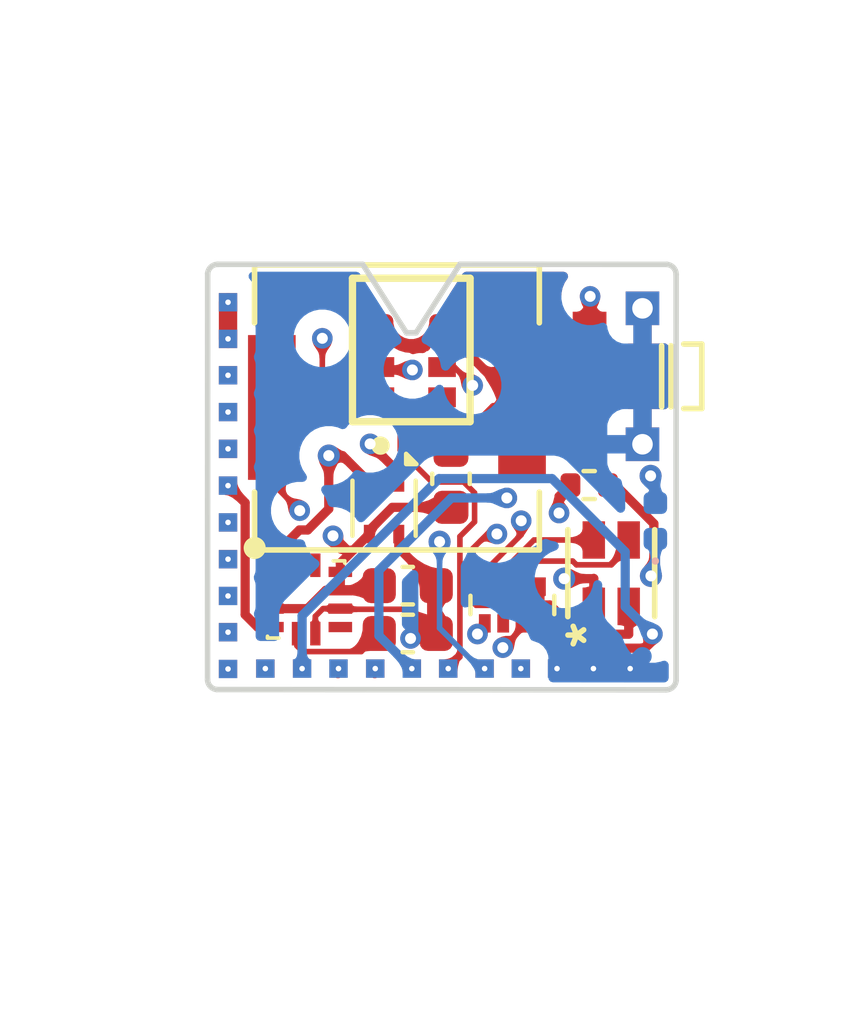
<source format=kicad_pcb>
(kicad_pcb (version 20241229) (generator "pcbnew") (generator_version "9.0")
  (layers (0 "F.Cu" power) (4 "In1.Cu" power) (6 "In2.Cu" power) (2 "B.Cu" power) (13 "F.Paste" user) (15 "B.Paste" user) (5 "F.SilkS" user "F.Silkscreen") (7 "B.SilkS" user "B.Silkscreen") (1 "F.Mask" user) (3 "B.Mask" user) (25 "Edge.Cuts" user))
  (net 0 "")
  (net 1 "GND")
  (net 2 "+BATT")
  (net 3 "+3V3")
  (net 4 "VBUS")
  (net 5 "SCL")
  (net 6 "SDA")
  (net 7 "MOD_CS")
  (net 8 "SCK")
  (net 9 "MOSI")
  (net 10 "MOD_IO19")
  (net 11 "MOD_IO18")
  (net 12 "MOD_IO15")
  (net 13 "MOD_IO20")
  (net 14 "MOD_ExB2")
  (net 15 "MOD_ExB3")
  (net 16 "MOD_ExB4")
  (net 17 "MOD_ExB5")
  (net 18 "MOD_ExB6")
  (net 19 "BTN_4")
  (net 20 "Net-(RN1-R2.2)")
  (net 21 "Net-(RN1-R3.2)")
  (net 22 "Net-(RN1-R4.2)")
  (net 23 "Net-(RN1-R1.2)")
  (net 24 "Net-(D1-K)")
  (net 25 "Net-(IC1-C1)")
  (footprint "Resistor_SMD:R_0402_1005Metric" (layer "F.Cu") (at 154.9 93.84)
    (property "Reference" "R4" (hide yes))
    (property "Value" "180")
    (fp_line (start -0.153641 -0.38) (end 0.153641 -0.38) (stroke (width 0.12)) (layer "F.SilkS"))
    (fp_line (start -0.153641 0.38) (end 0.153641 0.38) (stroke (width 0.12)) (layer "F.SilkS"))
    (pad "1" smd roundrect (at -0.51 0) (size 0.54 0.64) (layers "F.Cu" "F.Mask" "F.Paste") (net 17 "MOD_ExB5"))
    (pad "2" smd roundrect (at 0.51 0) (size 0.54 0.64) (layers "F.Cu" "F.Mask" "F.Paste") (net 24 "Net-(D1-K)"))
  )
  (footprint "Capacitor_SMD:C_0603_1608Metric" (layer "F.Cu") (at 149.965 96.575 180)
    (property "Reference" "C2" (hide yes))
    (property "Value" "0.1uF")
    (fp_line (start -0.14058 0.51) (end 0.14058 0.51) (stroke (width 0.12)) (layer "F.SilkS"))
    (fp_line (start -0.14058 -0.51) (end 0.14058 -0.51) (stroke (width 0.12)) (layer "F.SilkS"))
    (pad "1" smd roundrect (at -0.775 0 180) (size 0.9 0.95) (layers "F.Cu" "F.Mask" "F.Paste") (net 1 "GND"))
    (pad "2" smd roundrect (at 0.775 0 180) (size 0.9 0.95) (layers "F.Cu" "F.Mask" "F.Paste") (net 3 "+3V3"))
  )
  (footprint "Yatchy:mod_Connector" (layer "F.Cu") (at 154.015 98.83 90)
    (property "Reference" "J3" (hide yes))
    (property "Value" "MOD_CONN")
    (pad "1" thru_hole rect (at 0 0.01 90) (size 0.5 0.5) (drill 0.15) (layers "*.Cu" "*.Mask") (net 1 "GND"))
  )
  (footprint "Yatchy:mod_Connector" (layer "F.Cu") (at 155.025 98.83 -90)
    (property "Reference" "J1" (hide yes))
    (property "Value" "MOD_CONN")
    (pad "1" thru_hole rect (at 0 0.01 270) (size 0.5 0.5) (drill 0.15) (layers "*.Cu" "*.Mask") (net 1 "GND"))
  )
  (footprint "Yatchy:mod_Connector" (layer "F.Cu") (at 145.075 89.855)
    (property "Reference" "J5" (hide yes))
    (property "Value" "MOD_CONN")
    (pad "1" thru_hole rect (at 0 0.01) (size 0.5 0.5) (drill 0.15) (layers "*.Cu" "*.Mask") (net 3 "+3V3"))
  )
  (footprint "Yatchy:mod_Connector" (layer "F.Cu") (at 148.09 98.83 -90)
    (property "Reference" "J20" (hide yes))
    (property "Value" "MOD_CONN")
    (pad "1" thru_hole rect (at 0 0.01 270) (size 0.5 0.5) (drill 0.15) (layers "*.Cu" "*.Mask") (net 17 "MOD_ExB5"))
  )
  (footprint "Yatchy:mod_Connector" (layer "F.Cu") (at 145.075 94.845)
    (property "Reference" "J12" (hide yes))
    (property "Value" "MOD_CONN")
    (pad "1" thru_hole rect (at 0 0.01) (size 0.5 0.5) (drill 0.15) (layers "*.Cu" "*.Mask") (net 9 "MOSI"))
  )
  (footprint "Yatchy:mod_Connector" (layer "F.Cu") (at 145.075 91.845)
    (property "Reference" "J7" (hide yes))
    (property "Value" "MOD_CONN")
    (pad "1" thru_hole rect (at 0 0.01) (size 0.5 0.5) (drill 0.15) (layers "*.Cu" "*.Mask") (net 4 "VBUS"))
  )
  (footprint "Capacitor_SMD:C_0603_1608Metric" (layer "F.Cu") (at 151.14 93.67 -90)
    (property "Reference" "C6" (hide yes))
    (property "Value" "0.1uF")
    (fp_line (start -0.14058 0.51) (end 0.14058 0.51) (stroke (width 0.12)) (layer "F.SilkS"))
    (fp_line (start -0.14058 -0.51) (end 0.14058 -0.51) (stroke (width 0.12)) (layer "F.SilkS"))
    (pad "1" smd roundrect (at -0.775 0 270) (size 0.9 0.95) (layers "F.Cu" "F.Mask" "F.Paste") (net 1 "GND"))
    (pad "2" smd roundrect (at 0.775 0 270) (size 0.9 0.95) (layers "F.Cu" "F.Mask" "F.Paste") (net 3 "+3V3"))
  )
  (footprint "Yatchy:mod_Connector" (layer "F.Cu") (at 145.075 93.845)
    (property "Reference" "J9" (hide yes))
    (property "Value" "MOD_CONN")
    (pad "1" thru_hole rect (at 0 0.01) (size 0.5 0.5) (drill 0.15) (layers "*.Cu" "*.Mask") (net 6 "SDA"))
  )
  (footprint "Yatchy:BOSCH_LGA-12" (layer "F.Cu") (at 147.2 96.95)
    (property "Reference" "IC1" (hide yes))
    (property "Value" "IIS2MDCTR" (hide yes))
    (fp_line (start -1.05134 1.049085) (end -1.05134 1) (stroke (width 0.1)) (layer "F.SilkS"))
    (fp_line (start -0.74134 1.049085) (end -1.05134 1.049085) (stroke (width 0.1)) (layer "F.SilkS"))
    (fp_line (start 0.74 -1.05) (end 1.05 -1.05) (stroke (width 0.1)) (layer "F.SilkS"))
    (fp_line (start 1.05 -1.05) (end 1.05 -0.99) (stroke (width 0.1)) (layer "F.SilkS"))
    (fp_circle (center -1.4 -1.4) (end -1.2 -1.4) (stroke (width 0.2)) (fill yes) (layer "F.SilkS"))
    (pad "1" smd rect (at -0.93 -0.75 90) (size 0.28 0.64) (layers "F.Cu" "F.Mask" "F.Paste") (net 5 "SCL"))
    (pad "2" smd rect (at -0.93 -0.25 90) (size 0.28 0.64) (layers "F.Cu" "F.Mask" "F.Paste"))
    (pad "3" smd rect (at -0.93 0.25 90) (size 0.28 0.64) (layers "F.Cu" "F.Mask" "F.Paste") (net 3 "+3V3"))
    (pad "4" smd rect (at -0.93 0.75 90) (size 0.28 0.64) (layers "F.Cu" "F.Mask" "F.Paste") (net 6 "SDA"))
    (pad "5" smd rect (at -0.25 0.93) (size 0.28 0.64) (layers "F.Cu" "F.Mask" "F.Paste") (net 25 "Net-(IC1-C1)"))
    (pad "6" smd rect (at 0.25 0.93) (size 0.28 0.64) (layers "F.Cu" "F.Mask" "F.Paste") (net 1 "GND"))
    (pad "7" smd rect (at 0.93 0.75 90) (size 0.28 0.64) (layers "F.Cu" "F.Mask" "F.Paste"))
    (pad "8" smd rect (at 0.93 0.25 90) (size 0.28 0.64) (layers "F.Cu" "F.Mask" "F.Paste") (net 1 "GND"))
    (pad "9" smd rect (at 0.93 -0.25 90) (size 0.28 0.64) (layers "F.Cu" "F.Mask" "F.Paste") (net 3 "+3V3"))
    (pad "10" smd rect (at 0.93 -0.75 90) (size 0.28 0.64) (layers "F.Cu" "F.Mask" "F.Paste") (net 3 "+3V3"))
    (pad "11" smd rect (at 0.25 -0.93) (size 0.28 0.64) (layers "F.Cu" "F.Mask" "F.Paste"))
    (pad "12" smd rect (at -0.25 -0.93) (size 0.28 0.64) (layers "F.Cu" "F.Mask" "F.Paste"))
  )
  (footprint "Yatchy:mod_Connector" (layer "F.Cu") (at 149.09 98.83 -90)
    (property "Reference" "J21" (hide yes))
    (property "Value" "MOD_CONN")
    (pad "1" thru_hole rect (at 0 0.01 270) (size 0.5 0.5) (drill 0.15) (layers "*.Cu" "*.Mask") (net 18 "MOD_ExB6"))
  )
  (footprint "Yatchy:CLMVC-FKA-CL1D1L71BB7C3C3_CRE" (layer "F.Cu") (at 155.5 96.235 90)
    (property "Reference" "LED1" (hide yes))
    (property "Value" "CLMVC-FKA-CL1D1L71BB7C3C3")
    (fp_line (start 1.1811 -1.1811) (end -1.1811 -1.1811) (stroke (width 0.1524)) (layer "F.SilkS"))
    (fp_line (start -1.1811 1.1811) (end 1.1811 1.1811) (stroke (width 0.1524)) (layer "F.SilkS"))
    (fp_text user "*" (at -1.683 -0.633 90) (layer "F.SilkS"))
    (pad "1" smd rect (at -0.9017 -0.475 90) (size 1.016 0.6096) (layers "F.Cu" "F.Mask" "F.Paste") (net 3 "+3V3"))
    (pad "2" smd rect (at 0.9017 -0.475 90) (size 1.016 0.6096) (layers "F.Cu" "F.Mask" "F.Paste") (net 20 "Net-(RN1-R2.2)"))
    (pad "3" smd rect (at 0.9017 0.475 90) (size 1.016 0.6096) (layers "F.Cu" "F.Mask" "F.Paste") (net 21 "Net-(RN1-R3.2)"))
    (pad "4" smd rect (at -0.9017 0.475 90) (size 1.016 0.6096) (layers "F.Cu" "F.Mask" "F.Paste") (net 22 "Net-(RN1-R4.2)"))
  )
  (footprint "Yatchy:mod_Connector" (layer "F.Cu") (at 145.075 98.83)
    (property "Reference" "J17" (hide yes))
    (property "Value" "MOD_CONN")
    (pad "1" thru_hole rect (at 0 0.01) (size 0.5 0.5) (drill 0.15) (layers "*.Cu" "*.Mask") (net 14 "MOD_ExB2"))
  )
  (footprint "Yatchy:mod_Connector" (layer "F.Cu") (at 153.03 98.83 90)
    (property "Reference" "J22" (hide yes))
    (property "Value" "MOD_CONN")
    (pad "1" thru_hole rect (at 0 0.01 90) (size 0.5 0.5) (drill 0.15) (layers "*.Cu" "*.Mask") (net 19 "BTN_4"))
  )
  (footprint "Resistor_SMD:R_Array_Concave_4x0402" (layer "F.Cu") (at 152.81 97.1 90)
    (property "Reference" "RN1" (hide yes))
    (property "Value" "330 ohm")
    (fp_line (start 0.25 -1.14) (end -0.25 -1.14) (stroke (width 0.12)) (layer "F.SilkS"))
    (fp_line (start 0.25 1.14) (end -0.25 1.14) (stroke (width 0.12)) (layer "F.SilkS"))
    (pad "1" smd rect (at -0.5 -0.75 90) (size 0.5 0.32) (layers "F.Cu" "F.Mask" "F.Paste") (net 13 "MOD_IO20"))
    (pad "2" smd rect (at -0.5 -0.25 90) (size 0.5 0.32) (layers "F.Cu" "F.Mask" "F.Paste") (net 14 "MOD_ExB2"))
    (pad "3" smd rect (at -0.5 0.25 90) (size 0.5 0.32) (layers "F.Cu" "F.Mask" "F.Paste") (net 15 "MOD_ExB3"))
    (pad "4" smd rect (at -0.5 0.75 90) (size 0.5 0.32) (layers "F.Cu" "F.Mask" "F.Paste") (net 16 "MOD_ExB4"))
    (pad "5" smd rect (at 0.5 0.75 90) (size 0.5 0.32) (layers "F.Cu" "F.Mask" "F.Paste") (net 22 "Net-(RN1-R4.2)"))
    (pad "6" smd rect (at 0.5 0.25 90) (size 0.5 0.32) (layers "F.Cu" "F.Mask" "F.Paste") (net 21 "Net-(RN1-R3.2)"))
    (pad "7" smd rect (at 0.5 -0.25 90) (size 0.5 0.32) (layers "F.Cu" "F.Mask" "F.Paste") (net 20 "Net-(RN1-R2.2)"))
    (pad "8" smd rect (at 0.5 -0.75 90) (size 0.5 0.32) (layers "F.Cu" "F.Mask" "F.Paste") (net 23 "Net-(RN1-R1.2)"))
  )
  (footprint "Yatchy:mod_Connector" (layer "F.Cu") (at 147.1 98.83 -90)
    (property "Reference" "J19" (hide yes))
    (property "Value" "MOD_CONN")
    (pad "1" thru_hole rect (at 0 0.01 270) (size 0.5 0.5) (drill 0.15) (layers "*.Cu" "*.Mask") (net 16 "MOD_ExB4"))
  )
  (footprint "Yatchy:IFX-PG-TLGA-5-6-V" (layer "F.Cu") (at 150.06 90.417 90)
    (property "Reference" "U1" (hide yes))
    (property "Value" "IM66D120A" (hide yes))
    (fp_line (start -1.7 -1.6) (end 2.2 -1.6) (stroke (width 0.2)) (layer "F.SilkS"))
    (fp_line (start 2.2 1.6) (end 2.2 -1.6) (stroke (width 0.2)) (layer "F.SilkS"))
    (fp_line (start -1.7 1.6) (end -1.7 -1.6) (stroke (width 0.2)) (layer "F.SilkS"))
    (fp_line (start -1.7 1.6) (end 2.2 1.6) (stroke (width 0.2)) (layer "F.SilkS"))
    (fp_circle (center -2.35 -0.838) (end -2.35 -0.963) (stroke (width 0.25)) (fill no) (layer "F.SilkS"))
    (pad "1" smd rect (at -1.037 -0.838 90) (size 0.54 0.75) (layers "F.Cu" "F.Mask" "F.Paste") (net 3 "+3V3"))
    (pad "2" smd rect (at -0.215 -0.838 90) (size 0.54 0.75) (layers "F.Cu" "F.Mask" "F.Paste") (net 11 "MOD_IO18"))
    (pad "3" smd rect (at -1.037 0.838 90) (size 0.54 0.75) (layers "F.Cu" "F.Mask" "F.Paste") (net 12 "MOD_IO15"))
    (pad "4" smd rect (at -0.215 0.838 90) (size 0.54 0.75) (layers "F.Cu" "F.Mask" "F.Paste") (net 10 "MOD_IO19"))
    (pad "5" smd custom (at 0.358 0.001 90) (size 0.3 0.3) (layers "F.Cu" "F.Mask") (net 1 "GND") (options (clearance outline) (anchor circle)) (primitives (gr_arc (start 0.6775 0.6775) (mid -0.0005 0) (end 0.6775 -0.6775) (width 0.38))))
  )
  (footprint "Yatchy:AST0760_MAL" (layer "F.Cu") (at 149.67 91.73)
    (property "Reference" "LS1" (hide yes))
    (property "Value" "AST0760_MAL")
    (fp_line (start -3.8735 -3.8735) (end -3.8735 -2.30124) (stroke (width 0.1524)) (layer "F.SilkS"))
    (fp_line (start -3.8735 2.30124) (end -3.8735 3.8735) (stroke (width 0.1524)) (layer "F.SilkS"))
    (fp_line (start -3.8735 3.8735) (end 3.8735 3.8735) (stroke (width 0.1524)) (layer "F.SilkS"))
    (fp_line (start 3.8735 -3.8735) (end -3.8735 -3.8735) (stroke (width 0.1524)) (layer "F.SilkS"))
    (fp_line (start 3.8735 -2.30124) (end 3.8735 -3.8735) (stroke (width 0.1524)) (layer "F.SilkS"))
    (fp_line (start 3.8735 3.8735) (end 3.8735 2.30124) (stroke (width 0.1524)) (layer "F.SilkS"))
    (pad "1" smd rect (at -3.4036 0) (size 1.2954 3.937) (layers "F.Cu" "F.Mask" "F.Paste") (net 23 "Net-(RN1-R1.2)"))
    (pad "2" smd rect (at 3.4036 0) (size 1.2954 3.937) (layers "F.Cu" "F.Mask" "F.Paste") (net 1 "GND"))
  )
  (footprint "Yatchy:mod_Connector" (layer "F.Cu") (at 145.075 88.88 180)
    (property "Reference" "J6" (hide yes))
    (property "Value" "MOD_CONN")
    (pad "1" thru_hole rect (at 0 0.01 180) (size 0.5 0.5) (drill 0.15) (layers "*.Cu" "*.Mask") (net 3 "+3V3"))
  )
  (footprint "Yatchy:Sensirion_DFN-4_1.5x1.5mm_P0.8mm_SHT4x_NoCentralPad" (layer "F.Cu") (at 149.32 94.47 -90)
    (property "Reference" "U2" (hide yes))
    (property "Value" "SHT4x")
    (fp_line (start -0.75 0.86) (end 0.75 0.86) (stroke (width 0.12)) (layer "F.SilkS"))
    (fp_line (start -0.75 -0.86) (end 0.75 -0.86) (stroke (width 0.12)) (layer "F.SilkS"))
    (fp_poly (pts (xy -1.2 -0.6) (xy -1.48 -0.6) (xy -1.2 -0.88) (xy -1.2 -0.6)) (stroke (width 0.12)) (fill yes) (layer "F.SilkS"))
    (pad "1" smd rect (at -0.7 -0.4 270) (size 0.5 0.3) (layers "F.Cu" "F.Mask" "F.Paste") (net 6 "SDA"))
    (pad "2" smd rect (at -0.7 0.4 270) (size 0.5 0.3) (layers "F.Cu" "F.Mask" "F.Paste") (net 5 "SCL"))
    (pad "3" smd rect (at 0.7 0.4 270) (size 0.5 0.3) (layers "F.Cu" "F.Mask" "F.Paste") (net 3 "+3V3"))
    (pad "4" smd rect (at 0.7 -0.4 270) (size 0.5 0.3) (layers "F.Cu" "F.Mask" "F.Paste") (net 1 "GND"))
  )
  (footprint "Yatchy:mod_Connector" (layer "F.Cu") (at 145.075 95.845)
    (property "Reference" "J11" (hide yes))
    (property "Value" "MOD_CONN")
    (pad "1" thru_hole rect (at 0 0.01) (size 0.5 0.5) (drill 0.15) (layers "*.Cu" "*.Mask") (net 8 "SCK"))
  )
  (footprint "Yatchy:mod_Connector" (layer "F.Cu") (at 156.025 98.83 -90)
    (property "Reference" "J2" (hide yes))
    (property "Value" "MOD_CONN")
    (pad "1" thru_hole rect (at 0 0.01 270) (size 0.5 0.5) (drill 0.15) (layers "*.Cu" "*.Mask") (net 1 "GND"))
  )
  (footprint "Yatchy:mod_Connector" (layer "F.Cu") (at 146.08 98.83 90)
    (property "Reference" "J18" (hide yes))
    (property "Value" "MOD_CONN")
    (pad "1" thru_hole rect (at 0 0.01 90) (size 0.5 0.5) (drill 0.15) (layers "*.Cu" "*.Mask") (net 15 "MOD_ExB3"))
  )
  (footprint "Capacitor_SMD:C_0603_1608Metric" (layer "F.Cu") (at 149.965 97.875)
    (property "Reference" "C1" (hide yes))
    (property "Value" "220 nF")
    (fp_line (start -0.14058 -0.51) (end 0.14058 -0.51) (stroke (width 0.12)) (layer "F.SilkS"))
    (fp_line (start -0.14058 0.51) (end 0.14058 0.51) (stroke (width 0.12)) (layer "F.SilkS"))
    (pad "1" smd roundrect (at -0.775 0) (size 0.9 0.95) (layers "F.Cu" "F.Mask" "F.Paste") (net 25 "Net-(IC1-C1)"))
    (pad "2" smd roundrect (at 0.775 0) (size 0.9 0.95) (layers "F.Cu" "F.Mask" "F.Paste") (net 1 "GND"))
  )
  (footprint "Yatchy:mod_Connector" (layer "F.Cu") (at 145.075 92.845)
    (property "Reference" "J8" (hide yes))
    (property "Value" "MOD_CONN")
    (pad "1" thru_hole rect (at 0 0.01) (size 0.5 0.5) (drill 0.15) (layers "*.Cu" "*.Mask") (net 5 "SCL"))
  )
  (footprint "Yatchy:mod_Connector" (layer "F.Cu") (at 145.075 97.83)
    (property "Reference" "J13" (hide yes))
    (property "Value" "MOD_CONN")
    (pad "1" thru_hole rect (at 0 0.01) (size 0.5 0.5) (drill 0.15) (layers "*.Cu" "*.Mask") (net 13 "MOD_IO20"))
  )
  (footprint "Yatchy:mod_Connector" (layer "F.Cu") (at 150.065 98.83 90)
    (property "Reference" "J15" (hide yes))
    (property "Value" "MOD_CONN")
    (pad "1" thru_hole rect (at 0 0.01 90) (size 0.5 0.5) (drill 0.15) (layers "*.Cu" "*.Mask") (net 11 "MOD_IO18"))
  )
  (footprint "Yatchy:mod_Connector" (layer "F.Cu") (at 145.075 90.845)
    (property "Reference" "J4" (hide yes))
    (property "Value" "MOD_CONN")
    (pad "1" thru_hole rect (at 0 0.01) (size 0.5 0.5) (drill 0.15) (layers "*.Cu" "*.Mask") (net 2 "+BATT"))
  )
  (footprint "Yatchy:SW_EVP-AKE31A_PAN" (layer "F.Cu") (at 155.969 90.8828 -90)
    (property "Reference" "SW2" (hide yes))
    (property "Value" "EVP-AKE31A")
    (fp_line (start -0.82931 -0.9017) (end 0.82931 -0.9017) (stroke (width 0.1524)) (layer "F.SilkS"))
    (fp_line (start 0.82931 -1.1557) (end -0.82931 -1.1557) (stroke (width 0.1524)) (layer "F.SilkS"))
    (fp_line (start 0.8763 -1.503978) (end 0.8763 -1.9939) (stroke (width 0.1524)) (layer "F.SilkS"))
    (fp_line (start -0.8763 -1.9939) (end -0.8763 -1.503978) (stroke (width 0.1524)) (layer "F.SilkS"))
    (fp_line (start 0.8763 -1.9939) (end -0.8763 -1.9939) (stroke (width 0.1524)) (layer "F.SilkS"))
    (pad "1" smd rect (at -1.400175 1.058825 270) (size 0.7112 0.91765) (layers "F.Cu" "F.Mask" "F.Paste") (net 19 "BTN_4"))
    (pad "2" smd rect (at 1.400175 1.1 270) (size 0.7112 0.91765) (layers "F.Cu" "F.Mask" "F.Paste") (net 1 "GND"))
    (pad "3" thru_hole rect (at -1.84785 -0.381 270) (size 0.9144 0.9144) (drill 0.5588) (layers "*.Cu" "*.Mask") (net 1 "GND"))
    (pad "4" thru_hole rect (at 1.84785 -0.381 270) (size 0.9144 0.9144) (drill 0.5588) (layers "*.Cu" "*.Mask") (net 1 "GND"))
    (pad "5" smd rect (at 0 1.12395 270) (size 1.1 1.0922) (layers "F.Cu" "F.Mask" "F.Paste") (net 1 "GND"))
  )
  (footprint "Yatchy:mod_Connector" (layer "F.Cu") (at 152.065 98.83 -90)
    (property "Reference" "J14" (hide yes))
    (property "Value" "MOD_CONN")
    (pad "1" thru_hole rect (at 0 0.01 270) (size 0.5 0.5) (drill 0.15) (layers "*.Cu" "*.Mask") (net 10 "MOD_IO19"))
  )
  (footprint "Yatchy:mod_Connector" (layer "F.Cu") (at 151.055 98.83 90)
    (property "Reference" "J16" (hide yes))
    (property "Value" "MOD_CONN")
    (pad "1" thru_hole rect (at 0 0.01 90) (size 0.5 0.5) (drill 0.15) (layers "*.Cu" "*.Mask") (net 12 "MOD_IO15"))
  )
  (footprint "Yatchy:mod_Connector" (layer "F.Cu") (at 145.075 96.845)
    (property "Reference" "J10" (hide yes))
    (property "Value" "MOD_CONN")
    (pad "1" thru_hole rect (at 0 0.01) (size 0.5 0.5) (drill 0.15) (layers "*.Cu" "*.Mask") (net 7 "MOD_CS"))
  )
  (footprint "LED_SMD:LED_0402_1005Metric" (layer "B.Cu") (at 156.7 94.815 90)
    (property "Reference" "D1" (hide yes))
    (property "Value" "LED")
    (fp_circle (center -1.09 0) (end -1.04 0) (stroke (width 0.1)) (fill no) (layer "B.SilkS"))
    (pad "1" smd roundrect (at -0.485 0 90) (size 0.59 0.64) (layers "B.Cu" "B.Mask" "B.Paste") (net 24 "Net-(D1-K)"))
    (pad "2" smd roundrect (at 0.485 0 90) (size 0.59 0.64) (layers "B.Cu" "B.Mask" "B.Paste") (net 3 "+3V3"))
  )
  (gr_arc (start 157.263879 99.156285) (mid 157.174982 99.33498) (end 156.988879 99.407093) (stroke (width 0.15)) (layer "Edge.Cuts"))
  (gr_line (start 149.93 89.7) (end 150.19 89.7) (stroke (width 0.15)) (layer "Edge.Cuts"))
  (gr_arc (start 144.768704 99.39888) (mid 144.59 99.31) (end 144.517896 99.12388) (stroke (width 0.15)) (layer "Edge.Cuts"))
  (gr_line (start 144.521121 88.088714) (end 144.517896 99.12388) (stroke (width 0.15)) (layer "Edge.Cuts"))
  (gr_arc (start 144.521121 88.088714) (mid 144.61 87.91) (end 144.796121 87.837906) (stroke (width 0.15)) (layer "Edge.Cuts"))
  (gr_line (start 149.93 89.7) (end 148.74 87.84) (stroke (width 0.15)) (layer "Edge.Cuts"))
  (gr_line (start 144.768704 99.39888) (end 156.988879 99.407093) (stroke (width 0.15)) (layer "Edge.Cuts"))
  (gr_line (start 151.381364 87.837868) (end 157.014192 87.839999) (stroke (width 0.15)) (layer "Edge.Cuts"))
  (gr_line (start 144.796121 87.837962) (end 148.73866 87.837906) (stroke (width 0.15)) (layer "Edge.Cuts"))
  (gr_line (start 157.263879 99.156285) (end 157.265 88.114999) (stroke (width 0.15)) (layer "Edge.Cuts"))
  (gr_arc (start 157.014192 87.839999) (mid 157.192889 87.928894) (end 157.265 88.114999) (stroke (width 0.15)) (layer "Edge.Cuts"))
  (gr_line (start 150.19 89.7) (end 151.38 87.84) (stroke (width 0.15)) (layer "Edge.Cuts"))
  (segment (start 147.45 97.88) (end 147.45 97.4076) (width 0.1524) (layer "F.Cu") (net 1))
  (segment (start 150.403112 90.089343) (end 150.366455 90.126) (width 0.25) (layer "F.Cu") (net 1))
  (segment (start 150.236241 90.126) (end 150.109056 90.153939) (width 0.25) (layer "F.Cu") (net 1))
  (segment (start 150.74 97.875) (end 150.74 96.575) (width 0.1524) (layer "F.Cu") (net 1))
  (segment (start 153.0736 91.73) (end 151.1336 89.79) (width 0.25) (layer "F.Cu") (net 1))
  (segment (start 154.066 98.968) (end 154.076 98.958) (width 0.25) (layer "F.Cu") (net 1))
  (segment (start 154.025 98.83) (end 155.015 98.83) (width 0.5) (layer "F.Cu") (net 1))
  (segment (start 153.99785 91.73) (end 154.84505 90.8828) (width 0.25) (layer "F.Cu") (net 1))
  (segment (start 150.366455 90.126) (end 150.236241 90.126) (width 0.25) (layer "F.Cu") (net 1))
  (segment (start 150.0822 97.2172) (end 150.74 97.875) (width 0.1524) (layer "F.Cu") (net 1))
  (segment (start 153.0736 91.73) (end 152.305 91.73) (width 0.25) (layer "F.Cu") (net 1))
  (segment (start 147.6576 97.2) (end 148.13 97.2) (width 0.1524) (layer "F.Cu") (net 1))
  (segment (start 149.72 95.17) (end 149.72 95.555) (width 0.25) (layer "F.Cu") (net 1))
  (segment (start 150.175 97.875) (end 150.74 97.875) (width 0.1524) (layer "F.Cu") (net 1))
  (segment (start 150.065386 90.126) (end 150.061 90.126) (width 0.25) (layer "F.Cu") (net 1))
  (segment (start 154.1 98.8142) (end 154.076 98.838) (width 0.25) (layer "F.Cu") (net 1))
  (segment (start 151.1336 89.79) (end 150.638146 89.79) (width 0.25) (layer "F.Cu") (net 1))
  (segment (start 150.616 89.824614) (end 150.616 89.876455) (width 0.25) (layer "F.Cu") (net 1))
  (segment (start 148.13 97.2) (end 148.1472 97.2172) (width 0.1524) (layer "F.Cu") (net 1))
  (segment (start 147.45 97.4076) (end 147.6576 97.2) (width 0.1524) (layer "F.Cu") (net 1))
  (segment (start 156.16 98.7542) (end 156.076 98.838) (width 0.25) (layer "F.Cu") (net 1))
  (segment (start 149.72 95.555) (end 150.74 96.575) (width 0.25) (layer "F.Cu") (net 1))
  (segment (start 148.1472 97.2172) (end 150.0822 97.2172) (width 0.1524) (layer "F.Cu") (net 1))
  (segment (start 150.523925 89.96853) (end 150.453747 90.07822) (width 0.25) (layer "F.Cu") (net 1))
  (segment (start 150.109056 90.153939) (end 150.065386 90.126) (width 0.25) (layer "F.Cu") (net 1))
  (segment (start 152.305 91.73) (end 151.14 92.895) (width 0.25) (layer "F.Cu") (net 1))
  (segment (start 153.0736 91.73) (end 153.99785 91.73) (width 0.25) (layer "F.Cu") (net 1))
  (segment (start 150.616 89.876455) (end 150.523925 89.96853) (width 0.25) (layer "F.Cu") (net 1))
  (segment (start 150.04 98.01) (end 150.175 97.875) (width 0.1524) (layer "F.Cu") (net 1))
  (segment (start 155.015 98.83) (end 156.015 98.83) (width 0.5) (layer "F.Cu") (net 1))
  (segment (start 150.638146 89.79) (end 150.616 89.824614) (width 0.25) (layer "F.Cu") (net 1))
  (segment (start 150.453747 90.07822) (end 150.403112 90.089343) (width 0.25) (layer "F.Cu") (net 1))
  (via (at 150.04 98.01) (size 0.56) (drill 0.3) (layers "F.Cu" "B.Cu") (net 1))
  (segment (start 156.015 98.83) (end 156.35 98.495) (width 0.5) (layer "B.Cu") (net 1))
  (segment (start 148.5 95.59) (end 148.92 95.17) (width 0.25) (layer "F.Cu") (net 3))
  (segment (start 148.13 96.2) (end 148.13 96.7) (width 0.25) (layer "F.Cu") (net 3))
  (segment (start 147.64 89.85) (end 147.64 90.668) (width 0.1524) (layer "F.Cu") (net 3))
  (segment (start 145.075 89.865) (end 145.075 88.87) (width 0.5) (layer "F.Cu") (net 3))
  (segment (start 155.025 97.1367) (end 155.025 96.3787) (width 0.25) (layer "F.Cu") (net 3))
  (segment (start 149.065 96.7) (end 149.19 96.575) (width 0.25) (layer "F.Cu") (net 3))
  (segment (start 148.426 91.454) (end 149.222 91.454) (width 0.1524) (layer "F.Cu") (net 3))
  (segment (start 147.64 90.668) (end 148.426 91.454) (width 0.1524) (layer "F.Cu") (net 3))
  (segment (start 148.13 96.7) (end 149.065 96.7) (width 0.25) (layer "F.Cu") (net 3))
  (segment (start 148.92 95.17) (end 148.92 95.07) (width 0.25) (layer "F.Cu") (net 3))
  (segment (start 154.2201 96.3844) (end 155.0193 96.3844) (width 0.25) (layer "F.Cu") (net 3))
  (segment (start 146.27 97.2) (end 147.238 97.2) (width 0.25) (layer "F.Cu") (net 3))
  (segment (start 147.238 97.2) (end 147.738 96.7) (width 0.25) (layer "F.Cu") (net 3))
  (segment (start 148.5 95.59) (end 148.48 95.61) (width 0.25) (layer "F.Cu") (net 3))
  (segment (start 147.738 96.7) (end 148.13 96.7) (width 0.25) (layer "F.Cu") (net 3))
  (segment (start 155.0193 96.3844) (end 155.025 96.3787) (width 0.25) (layer "F.Cu") (net 3))
  (segment (start 148.48 95.61) (end 148.32 95.61) (width 0.25) (layer "F.Cu") (net 3))
  (segment (start 148.13 95.96) (end 148.5 95.59) (width 0.25) (layer "F.Cu") (net 3))
  (segment (start 148.13 96.2) (end 148.13 95.96) (width 0.25) (layer "F.Cu") (net 3))
  (segment (start 149.545 94.445) (end 151.14 94.445) (width 0.25) (layer "F.Cu") (net 3))
  (segment (start 148.92 95.07) (end 149.545 94.445) (width 0.25) (layer "F.Cu") (net 3))
  (segment (start 148.32 95.61) (end 147.93 95.22) (width 0.25) (layer "F.Cu") (net 3))
  (via (at 147.93 95.22) (size 0.56) (drill 0.3) (layers "F.Cu" "B.Cu") (net 3))
  (via (at 147.64 89.85) (size 0.56) (drill 0.3) (layers "F.Cu" "B.Cu") (net 3))
  (via (at 154.2201 96.3844) (size 0.56) (drill 0.3) (layers "F.Cu" "B.Cu") (net 3))
  (via (at 156.57 93.59) (size 0.6) (drill 0.3) (layers "F.Cu" "B.Cu") (net 3))
  (via (at 154.2201 96.3844) (size 0.6) (drill 0.3) (layers "F.Cu" "B.Cu") (net 3))
  (segment (start 156.7 93.7281) (end 156.7 94.33) (width 0.25) (layer "B.Cu") (net 3))
  (segment (start 156.57 93.59) (end 156.57 93.5981) (width 0.25) (layer "B.Cu") (net 3))
  (segment (start 156.57 93.5981) (end 156.7 93.7281) (width 0.25) (layer "B.Cu") (net 3))
  (segment (start 146.27 96.2) (end 146.27 95.808) (width 0.25) (layer "F.Cu") (net 5))
  (segment (start 148.1886 93.0386) (end 148.92 93.77) (width 0.25) (layer "F.Cu") (net 5))
  (segment (start 147.017 95.061) (end 147.242877 95.061) (width 0.25) (layer "F.Cu") (net 5))
  (segment (start 147.8157 94.488177) (end 147.8157 93.0386) (width 0.25) (layer "F.Cu") (net 5))
  (segment (start 146.27 95.808) (end 147.017 95.061) (width 0.25) (layer "F.Cu") (net 5))
  (segment (start 145.085 92.865) (end 145.075 92.855) (width 0.25) (layer "F.Cu") (net 5))
  (segment (start 147.242877 95.061) (end 147.8157 94.488177) (width 0.25) (layer "F.Cu") (net 5))
  (segment (start 147.8157 93.0386) (end 148.1886 93.0386) (width 0.25) (layer "F.Cu") (net 5))
  (via (at 147.8157 93.0386) (size 0.6) (drill 0.3) (layers "F.Cu" "B.Cu") (net 5))
  (segment (start 145.541 97.363) (end 145.541 94.321) (width 0.25) (layer "F.Cu") (net 6))
  (segment (start 146.27 97.7) (end 145.878 97.7) (width 0.25) (layer "F.Cu") (net 6))
  (segment (start 149.71 93.49) (end 149.71 93.76) (width 0.25) (layer "F.Cu") (net 6))
  (segment (start 149.71 93.76) (end 149.72 93.77) (width 0.25) (layer "F.Cu") (net 6))
  (segment (start 145.541 94.321) (end 145.075 93.855) (width 0.25) (layer "F.Cu") (net 6))
  (segment (start 145.878 97.7) (end 145.541 97.363) (width 0.25) (layer "F.Cu") (net 6))
  (segment (start 148.94 92.72) (end 149.71 93.49) (width 0.25) (layer "F.Cu") (net 6))
  (via (at 148.94 92.72) (size 0.56) (drill 0.3) (layers "F.Cu" "B.Cu") (net 6))
  (segment (start 145.075 96.8462) (end 145.075 96.855) (width 0.25) (layer "B.Cu") (net 7))
  (segment (start 151.232 90.632) (end 150.898 90.632) (width 0.1524) (layer "F.Cu") (net 10))
  (segment (start 151.73 91.13) (end 151.232 90.632) (width 0.1524) (layer "F.Cu") (net 10))
  (via (at 151.73 91.13) (size 0.56) (drill 0.3) (layers "F.Cu" "B.Cu") (net 10))
  (via (at 150.83 95.38) (size 0.6) (drill 0.3) (layers "F.Cu" "B.Cu") (net 10))
  (segment (start 150.83 95.38) (end 150.83 97.73) (width 0.1524) (layer "B.Cu") (net 10))
  (segment (start 151.93 98.83) (end 152.055 98.83) (width 0.1524) (layer "B.Cu") (net 10))
  (segment (start 150.83 97.73) (end 151.93 98.83) (width 0.1524) (layer "B.Cu") (net 10))
  (segment (start 150.09 90.71) (end 149.3 90.71) (width 0.25) (layer "F.Cu") (net 11))
  (segment (start 149.3 90.71) (end 149.222 90.632) (width 0.25) (layer "F.Cu") (net 11))
  (via (at 150.09 90.71) (size 0.56) (drill 0.3) (layers "F.Cu" "B.Cu") (net 11))
  (via (at 152.66 94.19) (size 0.56) (drill 0.3) (layers "F.Cu" "B.Cu") (net 11))
  (segment (start 151.15 94.19) (end 149.18 96.16) (width 0.25) (layer "B.Cu") (net 11))
  (segment (start 149.18 96.16) (end 149.18 97.935) (width 0.25) (layer "B.Cu") (net 11))
  (segment (start 149.18 97.935) (end 150.075 98.83) (width 0.25) (layer "B.Cu") (net 11))
  (segment (start 152.66 94.19) (end 151.15 94.19) (width 0.25) (layer "B.Cu") (net 11))
  (segment (start 149.76 92.33) (end 150.636 91.454) (width 0.1524) (layer "F.Cu") (net 12))
  (segment (start 151.7822 94.0522) (end 151.4856 93.7556) (width 0.1524) (layer "F.Cu") (net 12))
  (segment (start 150.636 91.454) (end 150.898 91.454) (width 0.1524) (layer "F.Cu") (net 12))
  (segment (start 151.3828 95.23809) (end 151.7822 94.83869) (width 0.1524) (layer "F.Cu") (net 12))
  (segment (start 151.4856 93.7556) (end 150.62049 93.7556) (width 0.1524) (layer "F.Cu") (net 12))
  (segment (start 151.065 98.83) (end 151.3828 98.5122) (width 0.1524) (layer "F.Cu") (net 12))
  (segment (start 150.62049 93.7556) (end 149.76 92.89511) (width 0.1524) (layer "F.Cu") (net 12))
  (segment (start 151.7822 94.83869) (end 151.7822 94.0522) (width 0.1524) (layer "F.Cu") (net 12))
  (segment (start 149.76 92.89511) (end 149.76 92.33) (width 0.1524) (layer "F.Cu") (net 12))
  (segment (start 151.3828 98.5122) (end 151.3828 95.23809) (width 0.1524) (layer "F.Cu") (net 12))
  (segment (start 144.956 97.743) (end 144.956 97.793) (width 0.25) (layer "F.Cu") (net 13))
  (segment (start 152.06 97.69) (end 152.06 97.6) (width 0.1524) (layer "F.Cu") (net 13))
  (segment (start 144.956 97.793) (end 145.028 97.793) (width 0.25) (layer "F.Cu") (net 13))
  (segment (start 151.86 97.89) (end 152.06 97.69) (width 0.1524) (layer "F.Cu") (net 13))
  (segment (start 145.028 97.793) (end 145.075 97.84) (width 0.25) (layer "F.Cu") (net 13))
  (segment (start 144.956 97.793) (end 144.956 97.843) (width 0.25) (layer "F.Cu") (net 13))
  (via (at 151.86 97.89) (size 0.56) (drill 0.3) (layers "F.Cu" "B.Cu") (net 13))
  (segment (start 151.74 95.9943) (end 151.7328 96.0015) (width 0.1524) (layer "F.Cu") (net 14))
  (segment (start 151.74 95.56) (end 151.74 95.9943) (width 0.1524) (layer "F.Cu") (net 14))
  (segment (start 151.7328 97.0172) (end 151.8256 97.11) (width 0.1524) (layer "F.Cu") (net 14))
  (segment (start 152.39 95.17) (end 152.13 95.17) (width 0.1524) (layer "F.Cu") (net 14))
  (segment (start 151.7328 96.0015) (end 151.7328 97.0172) (width 0.1524) (layer "F.Cu") (net 14))
  (segment (start 152.13 95.17) (end 151.74 95.56) (width 0.1524) (layer "F.Cu") (net 14))
  (segment (start 152.45 97.11) (end 152.56 97.22) (width 0.1524) (layer "F.Cu") (net 14))
  (segment (start 152.56 97.22) (end 152.56 97.6) (width 0.1524) (layer "F.Cu") (net 14))
  (segment (start 151.8256 97.11) (end 152.45 97.11) (width 0.1524) (layer "F.Cu") (net 14))
  (via (at 152.39 95.17) (size 0.56) (drill 0.3) (layers "F.Cu" "B.Cu") (net 14))
  (segment (start 152.55 98.26) (end 153.06 97.75) (width 0.1524) (layer "F.Cu") (net 15))
  (segment (start 153.06 97.75) (end 153.06 97.6) (width 0.1524) (layer "F.Cu") (net 15))
  (via (at 152.55 98.26) (size 0.56) (drill 0.3) (layers "F.Cu" "B.Cu") (net 15))
  (segment (start 156.62 98.05) (end 156.395 98.275) (width 0.25) (layer "F.Cu") (net 16))
  (segment (start 154.065 98.275) (end 153.56 97.77) (width 0.25) (layer "F.Cu") (net 16))
  (segment (start 153.56 97.77) (end 153.56 97.6) (width 0.25) (layer "F.Cu") (net 16))
  (segment (start 156.62 97.89) (end 156.62 98.05) (width 0.25) (layer "F.Cu") (net 16))
  (segment (start 156.395 98.275) (end 154.065 98.275) (width 0.25) (layer "F.Cu") (net 16))
  (via (at 156.62 97.89) (size 0.56) (drill 0.3) (layers "F.Cu" "B.Cu") (net 16))
  (segment (start 150.816 93.664) (end 153.887877 93.664) (width 0.25) (layer "B.Cu") (net 16))
  (segment (start 153.887877 93.664) (end 155.88 95.656123) (width 0.25) (layer "B.Cu") (net 16))
  (segment (start 147.09 97.39) (end 150.816 93.664) (width 0.25) (layer "B.Cu") (net 16))
  (segment (start 155.88 95.656123) (end 155.88 97.15) (width 0.25) (layer "B.Cu") (net 16))
  (segment (start 147.09 98.83) (end 147.09 97.39) (width 0.25) (layer "B.Cu") (net 16))
  (segment (start 155.88 97.15) (end 156.62 97.89) (width 0.25) (layer "B.Cu") (net 16))
  (segment (start 154.08 94.15) (end 154.39 93.84) (width 0.25) (layer "F.Cu") (net 17))
  (segment (start 148.066 98.968) (end 148.076 98.958) (width 0.25) (layer "F.Cu") (net 17))
  (segment (start 154.08 94.6) (end 154.08 94.15) (width 0.25) (layer "F.Cu") (net 17))
  (segment (start 148.08 98.83) (end 148.076 98.834) (width 0.25) (layer "F.Cu") (net 17))
  (segment (start 148.076 98.834) (end 148.076 98.958) (width 0.25) (layer "F.Cu") (net 17))
  (via (at 154.08 94.6) (size 0.56) (drill 0.3) (layers "F.Cu" "B.Cu") (net 17))
  (segment (start 149.076 98.834) (end 149.076 98.958) (width 0.25) (layer "F.Cu") (net 18))
  (segment (start 149.08 98.83) (end 149.076 98.834) (width 0.25) (layer "F.Cu") (net 18))
  (segment (start 149.01 98.83) (end 149.08 98.83) (width 0.25) (layer "F.Cu") (net 18))
  (segment (start 149.066 98.968) (end 149.076 98.958) (width 0.25) (layer "F.Cu") (net 18))
  (segment (start 154.925 89.4679) (end 154.91 89.4827) (width 0.25) (layer "F.Cu") (net 19))
  (segment (start 154.925 88.71) (end 154.925 89.4679) (width 0.25) (layer "F.Cu") (net 19))
  (via (at 154.925 88.71) (size 0.56) (drill 0.3) (layers "F.Cu" "B.Cu") (net 19))
  (segment (start 155.025 95.3333) (end 153.3967 95.3333) (width 0.1524) (layer "F.Cu") (net 20))
  (segment (start 152.56 96.17) (end 152.56 96.6) (width 0.1524) (layer "F.Cu") (net 20))
  (segment (start 153.3967 95.3333) (end 152.56 96.17) (width 0.1524) (layer "F.Cu") (net 20))
  (segment (start 153.06 96.1976) (end 153.3504 95.9072) (width 0.1524) (layer "F.Cu") (net 21))
  (segment (start 153.3504 95.9072) (end 153.48 95.9072) (width 0.1524) (layer "F.Cu") (net 21))
  (segment (start 153.48 95.9072) (end 154.4517 95.9072) (width 0.1524) (layer "F.Cu") (net 21))
  (segment (start 155.975 95.5365) (end 155.975 95.3333) (width 0.1524) (layer "F.Cu") (net 21))
  (segment (start 154.4517 95.9072) (end 154.553 96.0085) (width 0.1524) (layer "F.Cu") (net 21))
  (segment (start 153.06 96.6) (end 153.06 96.1976) (width 0.1524) (layer "F.Cu") (net 21))
  (segment (start 155.503 96.0085) (end 155.975 95.5365) (width 0.1524) (layer "F.Cu") (net 21))
  (segment (start 154.553 96.0085) (end 155.503 96.0085) (width 0.1524) (layer "F.Cu") (net 21))
  (segment (start 155.975 97.8947) (end 154.6256 97.8947) (width 0.25) (layer "F.Cu") (net 22))
  (segment (start 155.975 97.1367) (end 155.975 97.8947) (width 0.25) (layer "F.Cu") (net 22))
  (segment (start 153.56 96.6) (end 153.56 97.1) (width 0.25) (layer "F.Cu") (net 22))
  (segment (start 154.6256 97.8947) (end 153.8309 97.1) (width 0.25) (layer "F.Cu") (net 22))
  (segment (start 153.8309 97.1) (end 153.56 97.1) (width 0.25) (layer "F.Cu") (net 22))
  (segment (start 152.06 96.18) (end 152.06 96.6) (width 0.1524) (layer "F.Cu") (net 23))
  (segment (start 146.2664 93.7764) (end 146.2664 91.98) (width 0.1524) (layer "F.Cu") (net 23))
  (segment (start 153.05 95.19) (end 152.06 96.18) (width 0.1524) (layer "F.Cu") (net 23))
  (segment (start 147.025 94.535) (end 146.2664 93.7764) (width 0.1524) (layer "F.Cu") (net 23))
  (segment (start 153.05 94.81) (end 153.05 95.19) (width 0.1524) (layer "F.Cu") (net 23))
  (via (at 147.025 94.535) (size 0.56) (drill 0.3) (layers "F.Cu" "B.Cu") (net 23))
  (via (at 153.05 94.81) (size 0.56) (drill 0.3) (layers "F.Cu" "B.Cu") (net 23))
  (segment (start 156.58 96.31) (end 156.66 96.23) (width 0.25) (layer "F.Cu") (net 24))
  (segment (start 156.66 96.23) (end 156.66 94.8902) (width 0.25) (layer "F.Cu") (net 24))
  (segment (start 156.66 94.8902) (end 155.6098 93.84) (width 0.25) (layer "F.Cu") (net 24))
  (segment (start 155.6098 93.84) (end 155.41 93.84) (width 0.25) (layer "F.Cu") (net 24))
  (via (at 156.58 96.31) (size 0.6) (drill 0.3) (layers "F.Cu" "B.Cu") (net 24))
  (segment (start 156.58 96.1635) (end 156.7 96.0435) (width 0.25) (layer "B.Cu") (net 24))
  (segment (start 156.7 96.0435) (end 156.7 95.3) (width 0.25) (layer "B.Cu") (net 24))
  (segment (start 156.58 96.31) (end 156.58 96.1635) (width 0.25) (layer "B.Cu") (net 24))
  (segment (start 147.1072 98.3672) (end 146.95 98.21) (width 0.1524) (layer "F.Cu") (net 25))
  (segment (start 148.6978 98.3672) (end 147.1072 98.3672) (width 0.1524) (layer "F.Cu") (net 25))
  (segment (start 149.19 97.875) (end 148.6978 98.3672) (width 0.1524) (layer "F.Cu") (net 25))
  (segment (start 146.95 98.21) (end 146.95 97.88) (width 0.1524) (layer "F.Cu") (net 25))
  (zone (net 1) (net_name "GND") (layers "F.Cu" "B.Cu" "In2.Cu") (connect_pads (clearance 0.5)) (min_thickness 0.25) (fill yes (thermal_gap 0.5) (thermal_bridge_width 0.5))
    (polygon (pts (xy 144.38 87.66) (xy 157.61 87.66) (xy 157.61 99.47) (xy 157.58 99.5) (xy 144.41 99.5) (xy 144.38 99.47)))
  )
)
</source>
